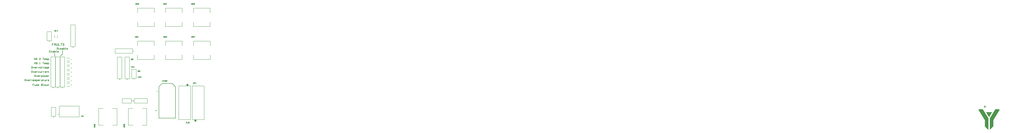
<source format=gbr>
G04*
G04 #@! TF.GenerationSoftware,Altium Limited,Altium Designer,24.1.2 (44)*
G04*
G04 Layer_Color=65535*
%FSLAX25Y25*%
%MOIN*%
G70*
G04*
G04 #@! TF.SameCoordinates,E3FF4B23-F407-445B-9987-FD0FFFC61A21*
G04*
G04*
G04 #@! TF.FilePolarity,Positive*
G04*
G01*
G75*
%ADD10C,0.00984*%
%ADD11C,0.02000*%
%ADD12C,0.00787*%
%ADD13C,0.01000*%
%ADD14C,0.00600*%
G36*
X2447276Y279239D02*
X2448386Y279237D01*
X2449410Y279233D01*
X2450000Y279230D01*
X2453499Y279208D01*
X2450020Y273274D01*
X2449486Y272364D01*
X2448977Y271496D01*
X2448497Y270682D01*
X2448054Y269931D01*
X2447654Y269255D01*
X2447303Y268664D01*
X2447007Y268168D01*
X2446773Y267779D01*
X2446608Y267507D01*
X2446516Y267361D01*
X2446500Y267340D01*
X2446453Y267410D01*
X2446327Y267614D01*
X2446130Y267940D01*
X2445868Y268378D01*
X2445547Y268918D01*
X2445173Y269548D01*
X2444753Y270259D01*
X2444293Y271040D01*
X2443799Y271879D01*
X2443278Y272767D01*
X2442980Y273274D01*
X2439502Y279208D01*
X2443001Y279230D01*
X2443945Y279235D01*
X2445006Y279238D01*
X2446133Y279239D01*
X2447276Y279239D01*
D02*
G37*
G36*
X2470542Y285750D02*
X2470873Y285475D01*
X2471154Y285234D01*
X2471362Y285048D01*
X2471473Y284938D01*
X2471485Y284921D01*
X2471444Y284843D01*
X2471321Y284630D01*
X2471119Y284290D01*
X2470844Y283830D01*
X2470498Y283257D01*
X2470087Y282579D01*
X2469616Y281803D01*
X2469088Y280937D01*
X2468508Y279986D01*
X2467881Y278960D01*
X2467211Y277865D01*
X2466502Y276708D01*
X2465759Y275497D01*
X2464987Y274239D01*
X2464190Y272941D01*
X2464005Y272642D01*
X2456500Y260441D01*
Y245708D01*
X2452395Y241604D01*
X2451710Y240920D01*
X2451059Y240271D01*
X2450452Y239668D01*
X2449898Y239119D01*
X2449406Y238635D01*
X2448988Y238224D01*
X2448651Y237896D01*
X2448407Y237661D01*
X2448264Y237527D01*
X2448229Y237500D01*
X2448222Y237582D01*
X2448215Y237822D01*
X2448209Y238211D01*
X2448203Y238740D01*
X2448197Y239402D01*
X2448192Y240187D01*
X2448187Y241086D01*
X2448182Y242091D01*
X2448178Y243193D01*
X2448175Y244383D01*
X2448172Y245653D01*
X2448170Y246994D01*
X2448168Y248398D01*
X2448167Y249854D01*
X2448167Y251203D01*
Y264907D01*
X2454811Y275703D01*
X2461455Y286500D01*
X2469626D01*
X2470542Y285750D01*
D02*
G37*
G36*
X2444833Y264916D02*
Y251208D01*
X2444833Y249710D01*
X2444832Y248258D01*
X2444830Y246861D01*
X2444828Y245526D01*
X2444825Y244263D01*
X2444821Y243081D01*
X2444817Y241988D01*
X2444812Y240993D01*
X2444807Y240105D01*
X2444802Y239332D01*
X2444796Y238683D01*
X2444790Y238166D01*
X2444783Y237791D01*
X2444777Y237567D01*
X2444770Y237500D01*
X2444703Y237558D01*
X2444527Y237723D01*
X2444252Y237989D01*
X2443889Y238343D01*
X2443447Y238778D01*
X2442935Y239284D01*
X2442363Y239851D01*
X2441741Y240469D01*
X2441079Y241130D01*
X2440604Y241604D01*
X2436500Y245709D01*
Y260444D01*
X2428995Y272646D01*
X2428193Y273951D01*
X2427415Y275219D01*
X2426665Y276441D01*
X2425948Y277611D01*
X2425269Y278720D01*
X2424632Y279763D01*
X2424041Y280731D01*
X2423501Y281617D01*
X2423016Y282414D01*
X2422591Y283114D01*
X2422230Y283711D01*
X2421938Y284197D01*
X2421719Y284564D01*
X2421577Y284806D01*
X2421518Y284915D01*
X2421516Y284921D01*
X2421587Y284997D01*
X2421763Y285158D01*
X2422021Y285381D01*
X2422336Y285646D01*
X2422458Y285747D01*
X2423375Y286500D01*
X2431552Y286500D01*
X2444833Y264916D01*
D02*
G37*
D10*
X280429Y344000D02*
G03*
X280429Y344000I-492J0D01*
G01*
Y394000D02*
G03*
X280429Y394000I-492J0D01*
G01*
Y384000D02*
G03*
X280429Y384000I-492J0D01*
G01*
X280335Y374000D02*
G03*
X280335Y374000I-492J0D01*
G01*
Y364000D02*
G03*
X280335Y364000I-492J0D01*
G01*
Y354000D02*
G03*
X280335Y354000I-492J0D01*
G01*
Y404000D02*
G03*
X280335Y404000I-492J0D01*
G01*
X237492Y336984D02*
G03*
X237492Y336984I-492J0D01*
G01*
X248492D02*
G03*
X248492Y336984I-492J0D01*
G01*
X259492D02*
G03*
X259492Y336984I-492J0D01*
G01*
X412492Y356638D02*
G03*
X412492Y356638I-492J0D01*
G01*
X426854Y424000D02*
G03*
X426854Y424000I-492J0D01*
G01*
X427130Y306000D02*
G03*
X427130Y306000I-492J0D01*
G01*
X423854D02*
G03*
X423854Y306000I-492J0D01*
G01*
X428492Y357638D02*
G03*
X428492Y357638I-492J0D01*
G01*
X238492Y267638D02*
G03*
X238492Y267638I-492J0D01*
G01*
X284492Y432638D02*
G03*
X284492Y432638I-492J0D01*
G01*
X394492Y356638D02*
G03*
X394492Y356638I-492J0D01*
G01*
X228492Y446638D02*
G03*
X228492Y446638I-492J0D01*
G01*
X249665Y274000D02*
G03*
X249665Y274000I-492J0D01*
G01*
D11*
X574500Y259250D02*
G03*
X574500Y259250I-1500J0D01*
G01*
X555500Y343750D02*
G03*
X555500Y343750I-1500J0D01*
G01*
D12*
X578315Y393276D02*
G03*
X578315Y392882I0J-197D01*
G01*
D02*
G03*
X578315Y393276I0J197D01*
G01*
D02*
G03*
X578315Y392882I0J-197D01*
G01*
X512157Y393276D02*
G03*
X512157Y392882I0J-197D01*
G01*
D02*
G03*
X512157Y393276I0J197D01*
G01*
D02*
G03*
X512157Y392882I0J-197D01*
G01*
X446158Y393276D02*
G03*
X446158Y392882I0J-197D01*
G01*
D02*
G03*
X446158Y393276I0J197D01*
G01*
D02*
G03*
X446158Y392882I0J-197D01*
G01*
X578000Y471276D02*
G03*
X578000Y470882I0J-197D01*
G01*
D02*
G03*
X578000Y471276I0J197D01*
G01*
D02*
G03*
X578000Y470882I0J-197D01*
G01*
X512000Y471276D02*
G03*
X512000Y470882I0J-197D01*
G01*
D02*
G03*
X512000Y471276I0J197D01*
G01*
D02*
G03*
X512000Y470882I0J-197D01*
G01*
X446315Y471276D02*
G03*
X446315Y470882I0J-197D01*
G01*
D02*
G03*
X446315Y471276I0J197D01*
G01*
D02*
G03*
X446315Y470882I0J-197D01*
G01*
X468724Y258315D02*
G03*
X469118Y258315I197J0D01*
G01*
D02*
G03*
X468724Y258315I-197J0D01*
G01*
D02*
G03*
X469118Y258315I197J0D01*
G01*
X398724D02*
G03*
X399118Y258315I197J0D01*
G01*
D02*
G03*
X398724Y258315I-197J0D01*
G01*
D02*
G03*
X399118Y258315I197J0D01*
G01*
X269701Y347445D02*
X276394D01*
X269701Y340555D02*
X276394D01*
X269701Y397445D02*
X276394D01*
X269701Y390555D02*
X276394D01*
X269701Y387445D02*
X276394D01*
X269701Y380555D02*
X276394D01*
X269606Y377445D02*
X276299D01*
X269606Y370555D02*
X276299D01*
X269606Y367445D02*
X276299D01*
X269606Y360555D02*
X276299D01*
X269606Y357445D02*
X276299D01*
X269606Y350555D02*
X276299D01*
X269606Y407445D02*
X276299D01*
X269606Y400555D02*
X276299D01*
X242295Y338756D02*
Y409937D01*
X231705Y338756D02*
X242295D01*
X231705D02*
Y409937D01*
X242295D01*
X253295Y338756D02*
Y409937D01*
X242705Y338756D02*
X253295D01*
X242705D02*
Y409937D01*
X253295D01*
X264295Y338756D02*
Y409937D01*
X253705Y338756D02*
X264295D01*
X253705D02*
Y409937D01*
X264295D01*
X406705Y409590D02*
X417295D01*
X406705Y358410D02*
Y409590D01*
Y358410D02*
X417295D01*
Y409590D01*
X383410Y429295D02*
X424590D01*
Y418705D02*
Y429295D01*
X383410Y418705D02*
X424590D01*
X383410D02*
Y429295D01*
X459590Y300705D02*
Y311295D01*
X428409D02*
X459590D01*
X428409Y300705D02*
Y311295D01*
Y300705D02*
X459590D01*
X400410D02*
Y311295D01*
Y300705D02*
X421591D01*
Y311295D01*
X400410D02*
X421591D01*
X422705Y380591D02*
X433295D01*
X422705Y359409D02*
Y380591D01*
Y359409D02*
X433295D01*
Y380591D01*
X232705Y290591D02*
X243295D01*
X232705Y269409D02*
Y290591D01*
Y269409D02*
X243295D01*
Y290591D01*
X278705Y485591D02*
X289295D01*
X278705Y434410D02*
Y485591D01*
Y434410D02*
X289295D01*
Y485591D01*
X388705Y409590D02*
X399295D01*
X388705Y358410D02*
Y409590D01*
Y358410D02*
X399295D01*
Y409590D01*
X222705Y469591D02*
X233295D01*
X222705Y448410D02*
Y469591D01*
Y448410D02*
X233295D01*
Y469591D01*
X568472Y436386D02*
Y447213D01*
X607842D01*
Y436386D02*
Y447213D01*
Y403905D02*
Y414732D01*
X568472Y403905D02*
X607842D01*
X568472D02*
Y414732D01*
X502315Y436386D02*
Y447213D01*
X541685D01*
Y436386D02*
Y447213D01*
Y403905D02*
Y414732D01*
X502315Y403905D02*
X541685D01*
X502315D02*
Y414732D01*
X436315Y436386D02*
Y447213D01*
X475685D01*
Y436386D02*
Y447213D01*
Y403905D02*
Y414732D01*
X436315Y403905D02*
X475685D01*
X436315D02*
Y414732D01*
X568157Y514386D02*
Y525213D01*
X607528D01*
Y514386D02*
Y525213D01*
Y481906D02*
Y492732D01*
X568157Y481906D02*
X607528D01*
X568157D02*
Y492732D01*
X502157Y514386D02*
Y525213D01*
X541528D01*
Y514386D02*
Y525213D01*
Y481906D02*
Y492732D01*
X502157Y481906D02*
X541528D01*
X502157D02*
Y492732D01*
X436472Y514386D02*
Y525213D01*
X475843D01*
Y514386D02*
Y525213D01*
Y481906D02*
Y492732D01*
X436472Y481906D02*
X475843D01*
X436472D02*
Y492732D01*
X414787Y248472D02*
X425614D01*
X414787D02*
Y287842D01*
X425614D01*
X447268D02*
X458095D01*
Y248472D02*
Y287842D01*
X447268Y248472D02*
X458095D01*
X247346Y455146D02*
Y460854D01*
X240653Y455146D02*
Y460854D01*
X344787Y248472D02*
X355614D01*
X344787D02*
Y287842D01*
X355614D01*
X377268D02*
X388094D01*
Y248472D02*
Y287842D01*
X377268Y248472D02*
X388094D01*
X251535Y268094D02*
Y293685D01*
Y268094D02*
X298780D01*
Y293685D01*
X251535D02*
X298780D01*
D13*
X254000Y412000D02*
X259000Y417000D01*
Y426000D01*
X240000Y414000D02*
X242000Y412000D01*
X240000Y414000D02*
Y419000D01*
X486500Y265193D02*
Y335665D01*
Y265193D02*
X525476D01*
X525500D02*
Y339693D01*
X486500Y335665D02*
Y339693D01*
X517811Y347382D02*
X525500Y339693D01*
X486500D02*
X494000Y347193D01*
X494189Y347382D01*
X517811D01*
X421000Y385000D02*
X422000D01*
X421500D01*
Y387999D01*
X421000Y387499D01*
X425498Y385000D02*
X423499D01*
X425498Y386999D01*
Y387499D01*
X424999Y387999D01*
X423999D01*
X423499Y387499D01*
X426498Y386999D02*
X427498Y385000D01*
X428498Y386999D01*
X422999Y405499D02*
X422500Y405999D01*
X421500D01*
X421000Y405499D01*
Y403500D01*
X421500Y403000D01*
X422500D01*
X422999Y403500D01*
Y404499D01*
X422000D01*
X423999Y403000D02*
Y405999D01*
X425998Y403000D01*
Y405999D01*
X438999Y377499D02*
X438499Y377999D01*
X437500D01*
X437000Y377499D01*
Y375500D01*
X437500Y375000D01*
X438499D01*
X438999Y375500D01*
Y376500D01*
X438000D01*
X439999Y375000D02*
Y377999D01*
X441998Y375000D01*
Y377999D01*
X437000Y361000D02*
X438000D01*
X437500D01*
Y363999D01*
X437000Y363499D01*
X441499Y361000D02*
X439499D01*
X441499Y362999D01*
Y363499D01*
X440999Y363999D01*
X439999D01*
X439499Y363499D01*
X442498Y363999D02*
Y362000D01*
X443498Y361000D01*
X444498Y362000D01*
Y363999D01*
X237832Y441998D02*
X234500D01*
Y439499D01*
X236166D01*
X234500D01*
Y437000D01*
X239498D02*
Y440332D01*
X241164Y441998D01*
X242831Y440332D01*
Y437000D01*
Y439499D01*
X239498D01*
X244497Y441998D02*
Y437833D01*
X245330Y437000D01*
X246996D01*
X247829Y437833D01*
Y441998D01*
X249495D02*
Y437000D01*
X252827D01*
X254493Y441998D02*
X257826D01*
X256160D01*
Y437000D01*
X262824Y441165D02*
X261991Y441998D01*
X260325D01*
X259492Y441165D01*
Y440332D01*
X260325Y439499D01*
X261991D01*
X262824Y438666D01*
Y437833D01*
X261991Y437000D01*
X260325D01*
X259492Y437833D01*
X246000Y431999D02*
Y428000D01*
X247999D01*
X248666Y428666D01*
Y431332D01*
X247999Y431999D01*
X246000D01*
X249999Y428000D02*
X251332D01*
X250665D01*
Y430666D01*
X249999D01*
X253331Y428000D02*
X255330D01*
X255997Y428666D01*
X255330Y429333D01*
X253997D01*
X253331Y429999D01*
X253997Y430666D01*
X255997D01*
X257996D02*
X259329D01*
X259996Y429999D01*
Y428000D01*
X257996D01*
X257330Y428666D01*
X257996Y429333D01*
X259996D01*
X261328Y431999D02*
Y428000D01*
X263328D01*
X263994Y428666D01*
Y429333D01*
Y429999D01*
X263328Y430666D01*
X261328D01*
X265327Y428000D02*
X266660D01*
X265994D01*
Y431999D01*
X265327D01*
X270659Y428000D02*
X269326D01*
X268659Y428666D01*
Y429999D01*
X269326Y430666D01*
X270659D01*
X271325Y429999D01*
Y429333D01*
X268659D01*
X230666Y424999D02*
X228000D01*
Y421000D01*
X230666D01*
X228000Y422999D02*
X229333D01*
X231999Y421000D02*
Y423666D01*
X233998D01*
X234665Y422999D01*
Y421000D01*
X236664Y423666D02*
X237997D01*
X238663Y422999D01*
Y421000D01*
X236664D01*
X235997Y421666D01*
X236664Y422333D01*
X238663D01*
X239996Y424999D02*
Y421000D01*
X241996D01*
X242662Y421666D01*
Y422333D01*
Y422999D01*
X241996Y423666D01*
X239996D01*
X243995Y421000D02*
X245328D01*
X244661D01*
Y424999D01*
X243995D01*
X249326Y421000D02*
X247994D01*
X247327Y421666D01*
Y422999D01*
X247994Y423666D01*
X249326D01*
X249993Y422999D01*
Y422333D01*
X247327D01*
X191678Y345999D02*
X189012D01*
Y343999D01*
X190345D01*
X189012D01*
Y342000D01*
X193011Y344666D02*
Y342666D01*
X193677Y342000D01*
X195677D01*
Y344666D01*
X197010Y342000D02*
X199009D01*
X199676Y342666D01*
X199009Y343333D01*
X197676D01*
X197010Y343999D01*
X197676Y344666D01*
X199676D01*
X203008Y342000D02*
X201675D01*
X201008Y342666D01*
Y343999D01*
X201675Y344666D01*
X203008D01*
X203674Y343999D01*
Y343333D01*
X201008D01*
X209006Y345999D02*
Y342000D01*
X211005D01*
X211672Y342666D01*
Y343333D01*
X211005Y343999D01*
X209006D01*
X211005D01*
X211672Y344666D01*
Y345332D01*
X211005Y345999D01*
X209006D01*
X213004Y342000D02*
X214337D01*
X213671D01*
Y345999D01*
X213004D01*
X217003Y342000D02*
X218336D01*
X219003Y342666D01*
Y343999D01*
X218336Y344666D01*
X217003D01*
X216337Y343999D01*
Y342666D01*
X217003Y342000D01*
X220336Y344666D02*
Y342666D01*
X221002Y342000D01*
X221668Y342666D01*
X222335Y342000D01*
X223001Y342666D01*
Y344666D01*
X224334Y342000D02*
Y344666D01*
X226334D01*
X227000Y343999D01*
Y342000D01*
X171685Y357332D02*
X170352D01*
X169685Y356665D01*
Y353999D01*
X170352Y353333D01*
X171685D01*
X172351Y353999D01*
Y356665D01*
X171685Y357332D01*
X173684Y355999D02*
X175017Y353333D01*
X176350Y355999D01*
X179682Y353333D02*
X178349D01*
X177683Y353999D01*
Y355332D01*
X178349Y355999D01*
X179682D01*
X180348Y355332D01*
Y354666D01*
X177683D01*
X181681Y355999D02*
Y353333D01*
Y354666D01*
X182348Y355332D01*
X183014Y355999D01*
X183681D01*
X186346Y356665D02*
Y355999D01*
X185680D01*
X187013D01*
X186346D01*
Y353999D01*
X187013Y353333D01*
X191012D02*
X189679D01*
X189012Y353999D01*
Y355332D01*
X189679Y355999D01*
X191012D01*
X191678Y355332D01*
Y354666D01*
X189012D01*
X193011Y353333D02*
Y355999D01*
X193677D01*
X194344Y355332D01*
Y353333D01*
Y355332D01*
X195010Y355999D01*
X195677Y355332D01*
Y353333D01*
X197010Y352000D02*
Y355999D01*
X199009D01*
X199676Y355332D01*
Y353999D01*
X199009Y353333D01*
X197010D01*
X203008D02*
X201675D01*
X201008Y353999D01*
Y355332D01*
X201675Y355999D01*
X203008D01*
X203674Y355332D01*
Y354666D01*
X201008D01*
X205007Y355999D02*
Y353333D01*
Y354666D01*
X205674Y355332D01*
X206340Y355999D01*
X207006D01*
X209672D02*
X211005D01*
X211672Y355332D01*
Y353333D01*
X209672D01*
X209006Y353999D01*
X209672Y354666D01*
X211672D01*
X213671Y356665D02*
Y355999D01*
X213004D01*
X214337D01*
X213671D01*
Y353999D01*
X214337Y353333D01*
X216337Y355999D02*
Y353999D01*
X217003Y353333D01*
X219003D01*
Y355999D01*
X220336D02*
Y353333D01*
Y354666D01*
X221002Y355332D01*
X221668Y355999D01*
X222335D01*
X226334Y353333D02*
X225001D01*
X224334Y353999D01*
Y355332D01*
X225001Y355999D01*
X226334D01*
X227000Y355332D01*
Y354666D01*
X224334D01*
X195010Y367332D02*
X193677D01*
X193011Y366665D01*
Y363999D01*
X193677Y363333D01*
X195010D01*
X195677Y363999D01*
Y366665D01*
X195010Y367332D01*
X197010Y365999D02*
X198343Y363333D01*
X199676Y365999D01*
X203008Y363333D02*
X201675D01*
X201008Y363999D01*
Y365332D01*
X201675Y365999D01*
X203008D01*
X203674Y365332D01*
Y364666D01*
X201008D01*
X205007Y365999D02*
Y363333D01*
Y364666D01*
X205674Y365332D01*
X206340Y365999D01*
X207006D01*
X209006Y362000D02*
Y365999D01*
X211005D01*
X211672Y365332D01*
Y363999D01*
X211005Y363333D01*
X209006D01*
X213671D02*
X215004D01*
X215670Y363999D01*
Y365332D01*
X215004Y365999D01*
X213671D01*
X213004Y365332D01*
Y363999D01*
X213671Y363333D01*
X217003Y365999D02*
Y363999D01*
X217670Y363333D01*
X218336Y363999D01*
X219003Y363333D01*
X219669Y363999D01*
Y365999D01*
X223001Y363333D02*
X221668D01*
X221002Y363999D01*
Y365332D01*
X221668Y365999D01*
X223001D01*
X223668Y365332D01*
Y364666D01*
X221002D01*
X225001Y365999D02*
Y363333D01*
Y364666D01*
X225667Y365332D01*
X226334Y365999D01*
X227000D01*
X187679Y376999D02*
X186346D01*
X185680Y376332D01*
Y373666D01*
X186346Y373000D01*
X187679D01*
X188346Y373666D01*
Y376332D01*
X187679Y376999D01*
X189679Y375666D02*
X191012Y373000D01*
X192344Y375666D01*
X195677Y373000D02*
X194344D01*
X193677Y373666D01*
Y374999D01*
X194344Y375666D01*
X195677D01*
X196343Y374999D01*
Y374333D01*
X193677D01*
X197676Y375666D02*
Y373000D01*
Y374333D01*
X198343Y374999D01*
X199009Y375666D01*
X199676D01*
X204341D02*
X202341D01*
X201675Y374999D01*
Y373666D01*
X202341Y373000D01*
X204341D01*
X205674Y375666D02*
Y373666D01*
X206340Y373000D01*
X208339D01*
Y375666D01*
X209672D02*
Y373000D01*
Y374333D01*
X210339Y374999D01*
X211005Y375666D01*
X211672D01*
X213671D02*
Y373000D01*
Y374333D01*
X214337Y374999D01*
X215004Y375666D01*
X215670D01*
X219669Y373000D02*
X218336D01*
X217670Y373666D01*
Y374999D01*
X218336Y375666D01*
X219669D01*
X220336Y374999D01*
Y374333D01*
X217670D01*
X221668Y373000D02*
Y375666D01*
X223668D01*
X224334Y374999D01*
Y373000D01*
X226334Y376332D02*
Y375666D01*
X225667D01*
X227000D01*
X226334D01*
Y373666D01*
X227000Y373000D01*
X187679Y387332D02*
X186346D01*
X185680Y386665D01*
Y383999D01*
X186346Y383333D01*
X187679D01*
X188346Y383999D01*
Y386665D01*
X187679Y387332D01*
X189679Y385999D02*
X191012Y383333D01*
X192344Y385999D01*
X195677Y383333D02*
X194344D01*
X193677Y383999D01*
Y385332D01*
X194344Y385999D01*
X195677D01*
X196343Y385332D01*
Y384666D01*
X193677D01*
X197676Y385999D02*
Y383333D01*
Y384666D01*
X198343Y385332D01*
X199009Y385999D01*
X199676D01*
X201675D02*
X203008Y383333D01*
X204341Y385999D01*
X206340Y383333D02*
X207673D01*
X208339Y383999D01*
Y385332D01*
X207673Y385999D01*
X206340D01*
X205674Y385332D01*
Y383999D01*
X206340Y383333D01*
X209672D02*
X211005D01*
X210339D01*
Y387332D01*
X209672D01*
X213671Y386665D02*
Y385999D01*
X213004D01*
X214337D01*
X213671D01*
Y383999D01*
X214337Y383333D01*
X217003Y385999D02*
X218336D01*
X219003Y385332D01*
Y383333D01*
X217003D01*
X216337Y383999D01*
X217003Y384666D01*
X219003D01*
X221668Y382000D02*
X222335D01*
X223001Y382666D01*
Y385999D01*
X221002D01*
X220336Y385332D01*
Y383999D01*
X221002Y383333D01*
X223001D01*
X226334D02*
X225001D01*
X224334Y383999D01*
Y385332D01*
X225001Y385999D01*
X226334D01*
X227000Y385332D01*
Y384666D01*
X224334D01*
X193011Y397332D02*
Y393333D01*
Y395332D01*
X195677D01*
Y397332D01*
Y393333D01*
X199676Y396665D02*
X199009Y397332D01*
X197676D01*
X197010Y396665D01*
Y395999D01*
X197676Y395332D01*
X199009D01*
X199676Y394666D01*
Y393999D01*
X199009Y393333D01*
X197676D01*
X197010Y393999D01*
X205007Y393333D02*
X206340D01*
X205674D01*
Y397332D01*
X205007Y396665D01*
X212338Y397332D02*
X215004D01*
X213671D01*
Y393333D01*
X218336D02*
X217003D01*
X216337Y393999D01*
Y395332D01*
X217003Y395999D01*
X218336D01*
X219003Y395332D01*
Y394666D01*
X216337D01*
X220336Y393333D02*
Y395999D01*
X221002D01*
X221668Y395332D01*
Y393333D01*
Y395332D01*
X222335Y395999D01*
X223001Y395332D01*
Y393333D01*
X224334Y392000D02*
Y395999D01*
X226334D01*
X227000Y395332D01*
Y393999D01*
X226334Y393333D01*
X224334D01*
X192344Y407332D02*
Y403333D01*
Y405332D01*
X195010D01*
Y407332D01*
Y403333D01*
X199009Y406665D02*
X198343Y407332D01*
X197010D01*
X196343Y406665D01*
Y405999D01*
X197010Y405332D01*
X198343D01*
X199009Y404666D01*
Y403999D01*
X198343Y403333D01*
X197010D01*
X196343Y403999D01*
X207006Y403333D02*
X204341D01*
X207006Y405999D01*
Y406665D01*
X206340Y407332D01*
X205007D01*
X204341Y406665D01*
X212338Y407332D02*
X215004D01*
X213671D01*
Y403333D01*
X218336D02*
X217003D01*
X216337Y403999D01*
Y405332D01*
X217003Y405999D01*
X218336D01*
X219003Y405332D01*
Y404666D01*
X216337D01*
X220336Y403333D02*
Y405999D01*
X221002D01*
X221668Y405332D01*
Y403333D01*
Y405332D01*
X222335Y405999D01*
X223001Y405332D01*
Y403333D01*
X224334Y402000D02*
Y405999D01*
X226334D01*
X227000Y405332D01*
Y403999D01*
X226334Y403333D01*
X224334D01*
X495000Y354692D02*
X496999Y351693D01*
Y354692D02*
X495000Y351693D01*
X497999Y354692D02*
X499998D01*
X498999D01*
Y351693D01*
X500998Y352193D02*
X501498Y351693D01*
X502498D01*
X502997Y352193D01*
Y354192D01*
X502498Y354692D01*
X501498D01*
X500998Y354192D01*
Y353692D01*
X501498Y353192D01*
X502997D01*
X503997Y354192D02*
X504497Y354692D01*
X505497D01*
X505996Y354192D01*
Y352193D01*
X505497Y351693D01*
X504497D01*
X503997Y352193D01*
Y354192D01*
X479000Y283193D02*
X480999D01*
X480000Y284192D02*
Y282193D01*
X483500Y328193D02*
X481501D01*
X558951Y253451D02*
X556952Y256451D01*
Y253451D02*
X558951Y256451D01*
X553953Y253451D02*
X555952D01*
Y254951D01*
X554953D01*
X555952D01*
Y256451D01*
X550954D02*
X552953D01*
X550954Y254451D01*
Y253951D01*
X551454Y253451D01*
X552453D01*
X552953Y253951D01*
X567549Y349549D02*
X569548Y346550D01*
Y349549D02*
X567549Y346550D01*
X572547Y349549D02*
X570548D01*
Y348049D01*
X571548D01*
X570548D01*
Y346550D01*
X573547D02*
X574547D01*
X574047D01*
Y349549D01*
X573547Y349049D01*
X2434546Y293949D02*
X2436546D01*
Y293449D01*
X2434546Y291449D01*
Y290950D01*
X2436546D01*
X2437545D02*
X2438545D01*
X2438045D01*
Y293949D01*
X2437545Y293449D01*
X563049Y536848D02*
Y534849D01*
X564048Y533849D01*
X565048Y534849D01*
Y536848D01*
X566048Y533849D02*
Y536848D01*
X567547D01*
X568047Y536349D01*
Y535349D01*
X567547Y534849D01*
X566048D01*
X567047D02*
X568047Y533849D01*
X569047Y534349D02*
X569547Y533849D01*
X570546D01*
X571046Y534349D01*
Y536349D01*
X570546Y536848D01*
X569547D01*
X569047Y536349D01*
Y535849D01*
X569547Y535349D01*
X571046D01*
X563364Y458848D02*
Y456849D01*
X564363Y455850D01*
X565363Y456849D01*
Y458848D01*
X566363Y455850D02*
Y458848D01*
X567862D01*
X568362Y458349D01*
Y457349D01*
X567862Y456849D01*
X566363D01*
X567362D02*
X568362Y455850D01*
X569362Y458848D02*
X571361D01*
Y458349D01*
X569362Y456349D01*
Y455850D01*
X333152Y243364D02*
X335151D01*
X336151Y244363D01*
X335151Y245363D01*
X333152D01*
X336151Y246363D02*
X333152D01*
Y247862D01*
X333651Y248362D01*
X334651D01*
X335151Y247862D01*
Y246363D01*
Y247362D02*
X336151Y248362D01*
X333152Y251361D02*
X333651Y250361D01*
X334651Y249362D01*
X335651D01*
X336151Y249862D01*
Y250861D01*
X335651Y251361D01*
X335151D01*
X334651Y250861D01*
Y249362D01*
X403152Y243364D02*
X405151D01*
X406150Y244363D01*
X405151Y245363D01*
X403152D01*
X406150Y246363D02*
X403152D01*
Y247862D01*
X403651Y248362D01*
X404651D01*
X405151Y247862D01*
Y246363D01*
Y247362D02*
X406150Y248362D01*
X403152Y251361D02*
Y249362D01*
X404651D01*
X404151Y250361D01*
Y250861D01*
X404651Y251361D01*
X405651D01*
X406150Y250861D01*
Y249862D01*
X405651Y249362D01*
X497049Y536848D02*
Y534849D01*
X498048Y533849D01*
X499048Y534849D01*
Y536848D01*
X500048Y533849D02*
Y536848D01*
X501547D01*
X502047Y536349D01*
Y535349D01*
X501547Y534849D01*
X500048D01*
X501047D02*
X502047Y533849D01*
X504546D02*
Y536848D01*
X503047Y535349D01*
X505046D01*
X431364Y536848D02*
Y534849D01*
X432363Y533849D01*
X433363Y534849D01*
Y536848D01*
X434363Y533849D02*
Y536848D01*
X435862D01*
X436362Y536349D01*
Y535349D01*
X435862Y534849D01*
X434363D01*
X435362D02*
X436362Y533849D01*
X437362Y536349D02*
X437862Y536848D01*
X438861D01*
X439361Y536349D01*
Y535849D01*
X438861Y535349D01*
X438361D01*
X438861D01*
X439361Y534849D01*
Y534349D01*
X438861Y533849D01*
X437862D01*
X437362Y534349D01*
X497206Y458848D02*
Y456849D01*
X498206Y455850D01*
X499205Y456849D01*
Y458848D01*
X500205Y455850D02*
Y458848D01*
X501705D01*
X502205Y458349D01*
Y457349D01*
X501705Y456849D01*
X500205D01*
X501205D02*
X502205Y455850D01*
X505204D02*
X503204D01*
X505204Y457849D01*
Y458349D01*
X504704Y458848D01*
X503704D01*
X503204Y458349D01*
X430706Y458848D02*
Y456849D01*
X431706Y455850D01*
X432706Y456849D01*
Y458848D01*
X433705Y455850D02*
Y458848D01*
X435205D01*
X435705Y458349D01*
Y457349D01*
X435205Y456849D01*
X433705D01*
X434705D02*
X435705Y455850D01*
X436704D02*
X437704D01*
X437204D01*
Y458848D01*
X436704Y458349D01*
X303501Y271499D02*
Y269000D01*
X304001Y268500D01*
X305000D01*
X305500Y269000D01*
Y271499D01*
X307999Y268500D02*
Y271499D01*
X306500Y270000D01*
X308499D01*
X240251Y470501D02*
Y473499D01*
X241751D01*
X242251Y473000D01*
Y472000D01*
X241751Y471500D01*
X240251D01*
X241251D02*
X242251Y470501D01*
X243250D02*
X244250D01*
X243750D01*
Y473499D01*
X243250Y473000D01*
X247249Y470501D02*
Y473499D01*
X245749Y472000D01*
X247749D01*
D14*
X593500Y261750D02*
Y341250D01*
X565500D02*
X593500D01*
X565500Y261750D02*
Y341250D01*
Y261750D02*
X593500D01*
X533500D02*
Y341250D01*
Y261750D02*
X561500D01*
Y341250D01*
X533500D02*
X561500D01*
M02*

</source>
